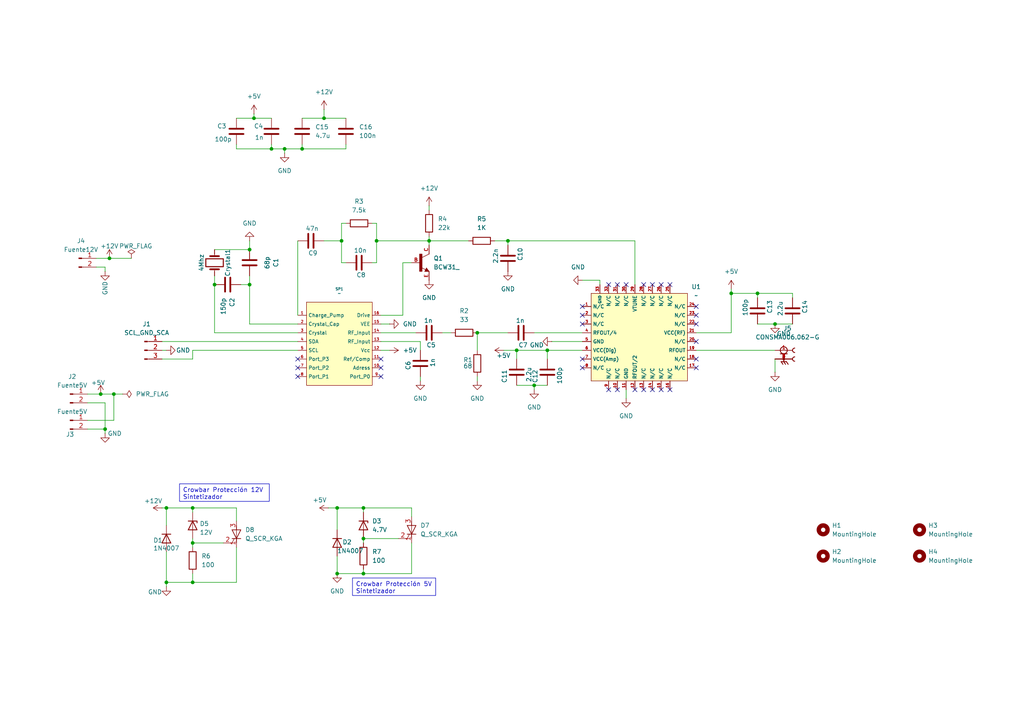
<source format=kicad_sch>
(kicad_sch (version 20250114) (generator "eeschema") (generator_version "9.0")
  (paper "A4")
  (title_block (title "Sintetizador") (date "2025-09-27") (company "Labtel"))
  (lib_symbols
    (symbol "BCW31_:BCW31_" (pin_names (offset 1.016))
      (property "Reference" "Q" (at -10.16 7.62 0))
      (property "Value" "BCW31_" (at -10.16 5.08 0))
      (symbol "BCW31__0_0"
        (rectangle (start -0.254 -2.54) (end 0.508 2.54) (stroke (width 0.1)) (fill (type outline)))
        (polyline (pts (xy 1.27 -2.54) (xy 1.778 -1.524)) (stroke (width 0.1524)))
        (polyline (pts (xy 1.524 -2.286) (xy 1.905 -2.286)) (stroke (width 0.254)))
        (polyline (pts (xy 1.524 -2.413) (xy 2.286 -2.413)) (stroke (width 0.254)))
        (polyline (pts (xy 1.54 -2.04) (xy 0.308 -1.424)) (stroke (width 0.1524)))
        (polyline (pts (xy 1.778 -1.524) (xy 2.54 -2.54)) (stroke (width 0.1524)))
        (polyline (pts (xy 1.778 -1.778) (xy 1.524 -2.286)) (stroke (width 0.254)))
        (polyline (pts (xy 1.905 -2.286) (xy 1.778 -2.032)) (stroke (width 0.254)))
        (polyline (pts (xy 2.286 -2.413) (xy 1.778 -1.778)) (stroke (width 0.254)))
        (polyline (pts (xy 2.54 2.54) (xy 0.508 1.524)) (stroke (width 0.1524)))
        (polyline (pts (xy 2.54 -2.54) (xy 1.27 -2.54)) (stroke (width 0.1524)))
        (pin passive line (at -2.54 0 0) (length 2.54) (name "~") (number "B"))
        (pin passive line (at 2.54 5.08 270) (length 2.54) (name "~") (number "C"))
        (pin passive line (at 2.54 -5.08 90) (length 2.54) (name "~") (number "E"))
      )
    )
    (symbol "CONSMA006.062-G:CONSMA006.062-G" (pin_names (offset 1.016))
      (property "Reference" "J" (at -6.35 1.524 0))
      (property "Value" "CONSMA006.062-G" (at -6.604 -6.858 0))
      (symbol "CONSMA006.062-G_0_0"
        (arc (start -5.715 0.635) (mid -5.0827 0) (end -5.715 -0.635) (stroke (width 0.254)))
        (arc (start -5.715 -1.905) (mid -5.0827 -2.54) (end -5.715 -3.175) (stroke (width 0.254)))
        (polyline (pts (xy -3.556 -1.016) (xy -2.54 -1.016)) (stroke (width 0.254)))
        (polyline (pts (xy -3.302 -3.302) (xy -3.81 -4.064)) (stroke (width 0.254)))
        (circle (center -2.54 0) (radius 1.016) (stroke (width 0.254)))
        (polyline (pts (xy -2.54 -1.016) (xy -2.54 -3.302)) (stroke (width 0.254)))
        (polyline (pts (xy -2.54 -1.016) (xy -1.524 -1.016)) (stroke (width 0.254)))
        (circle (center -2.54 -2.54) (radius 0.254) (stroke (width 0.254)))
        (polyline (pts (xy -2.54 -3.302) (xy -3.302 -3.302)) (stroke (width 0.254)))
        (polyline (pts (xy -2.54 -3.302) (xy -3.048 -4.064)) (stroke (width 0.254)))
        (polyline (pts (xy -2.54 -3.302) (xy -1.778 -3.302)) (stroke (width 0.254)))
        (polyline (pts (xy -1.778 -3.302) (xy -2.286 -4.064)) (stroke (width 0.254)))
        (pin passive line (at 0 0 180) (length 5.08) (name "~") (number "1"))
        (pin power_in line (at 0 -2.54 180) (length 5.08) (name "~") (number "2"))
        (pin power_in line (at 0 -2.54 180) (length 5.08) (name "~") (number "3"))
        (pin power_in line (at 0 -2.54 180) (length 5.08) (name "~") (number "4"))
        (pin power_in line (at 0 -2.54 180) (length 5.08) (name "~") (number "5"))
      )
    )
    (symbol "Connector:Conn_01x02_Pin" (pin_names (offset 1.016) (hide yes))
      (property "Reference" "J" (at 0 2.54 0))
      (property "Value" "Conn_01x02_Pin" (at 0 -5.08 0))
      (symbol "Conn_01x02_Pin_1_1"
        (rectangle (start 0.8636 0.127) (end 0 -0.127) (stroke (width 0.1524)) (fill (type outline)))
        (rectangle (start 0.8636 -2.413) (end 0 -2.667) (stroke (width 0.1524)) (fill (type outline)))
        (polyline (pts (xy 1.27 0) (xy 0.8636 0)) (stroke (width 0.1524)))
        (polyline (pts (xy 1.27 -2.54) (xy 0.8636 -2.54)) (stroke (width 0.1524)))
        (pin passive line (at 5.08 0 180) (length 3.81) (name "Pin_1") (number "1"))
        (pin passive line (at 5.08 -2.54 180) (length 3.81) (name "Pin_2") (number "2"))
      )
    )
    (symbol "Connector:Conn_01x03_Pin" (pin_names (offset 1.016) (hide yes))
      (property "Reference" "J" (at 0 5.08 0))
      (property "Value" "Conn_01x03_Pin" (at 0 -5.08 0))
      (symbol "Conn_01x03_Pin_1_1"
        (rectangle (start 0.8636 2.667) (end 0 2.413) (stroke (width 0.1524)) (fill (type outline)))
        (rectangle (start 0.8636 0.127) (end 0 -0.127) (stroke (width 0.1524)) (fill (type outline)))
        (rectangle (start 0.8636 -2.413) (end 0 -2.667) (stroke (width 0.1524)) (fill (type outline)))
        (polyline (pts (xy 1.27 2.54) (xy 0.8636 2.54)) (stroke (width 0.1524)))
        (polyline (pts (xy 1.27 0) (xy 0.8636 0)) (stroke (width 0.1524)))
        (polyline (pts (xy 1.27 -2.54) (xy 0.8636 -2.54)) (stroke (width 0.1524)))
        (pin passive line (at 5.08 2.54 180) (length 3.81) (name "Pin_1") (number "1"))
        (pin passive line (at 5.08 0 180) (length 3.81) (name "Pin_2") (number "2"))
        (pin passive line (at 5.08 -2.54 180) (length 3.81) (name "Pin_3") (number "3"))
      )
    )
    (symbol "Device:C" (pin_numbers (hide yes)) (pin_names (offset 0.254))
      (property "Reference" "C" (at 0.635 2.54 0))
      (property "Value" "C" (at 0.635 -2.54 0))
      (symbol "C_0_1"
        (polyline (pts (xy -2.032 0.762) (xy 2.032 0.762)) (stroke (width 0.508)))
        (polyline (pts (xy -2.032 -0.762) (xy 2.032 -0.762)) (stroke (width 0.508)))
      )
      (symbol "C_1_1"
        (pin passive line (at 0 3.81 270) (length 2.794) (name "~") (number "1"))
        (pin passive line (at 0 -3.81 90) (length 2.794) (name "~") (number "2"))
      )
    )
    (symbol "Device:Crystal" (pin_numbers (hide yes)) (pin_names (offset 1.016) (hide yes))
      (property "Reference" "Y" (at 0 3.81 0))
      (property "Value" "Crystal" (at 0 -3.81 0))
      (symbol "Crystal_0_1"
        (polyline (pts (xy -2.54 0) (xy -1.905 0)))
        (polyline (pts (xy -1.905 -1.27) (xy -1.905 1.27)) (stroke (width 0.508)))
        (rectangle (start -1.143 2.54) (end 1.143 -2.54) (stroke (width 0.3048)))
        (polyline (pts (xy 1.905 -1.27) (xy 1.905 1.27)) (stroke (width 0.508)))
        (polyline (pts (xy 2.54 0) (xy 1.905 0)))
      )
      (symbol "Crystal_1_1"
        (pin passive line (at -3.81 0 0) (length 1.27) (name "1") (number "1"))
        (pin passive line (at 3.81 0 180) (length 1.27) (name "2") (number "2"))
      )
    )
    (symbol "Device:Q_SCR_KGA" (pin_names (offset 0) (hide yes))
      (property "Reference" "D" (at 1.905 0.635 0))
      (property "Value" "Q_SCR_KGA" (at 1.905 -1.27 0))
      (symbol "Q_SCR_KGA_0_1"
        (polyline (pts (xy -1.27 1.27) (xy 1.27 1.27) (xy 0 -1.27) (xy -1.27 1.27)) (stroke (width 0.2032)))
        (polyline (pts (xy -1.27 -1.27) (xy 1.27 -1.27)) (stroke (width 0.2032)))
        (polyline (pts (xy -1.27 -2.54) (xy -0.635 -1.27)))
        (polyline (pts (xy 0 -2.54) (xy 0 2.54)))
      )
      (symbol "Q_SCR_KGA_1_1"
        (pin input line (at -3.81 -2.54 0) (length 2.54) (name "G") (number "2"))
        (pin passive line (at 0 3.81 270) (length 2.54) (name "A") (number "3"))
        (pin passive line (at 0 -3.81 90) (length 2.54) (name "K") (number "1"))
      )
    )
    (symbol "Device:R" (pin_numbers (hide yes)) (pin_names (offset 0))
      (property "Reference" "R" (at 2.032 0 90))
      (property "Value" "R" (at 0 0 90))
      (symbol "R_0_1"
        (rectangle (start -1.016 -2.54) (end 1.016 2.54) (stroke (width 0.254)))
      )
      (symbol "R_1_1"
        (pin passive line (at 0 3.81 270) (length 1.27) (name "~") (number "1"))
        (pin passive line (at 0 -3.81 90) (length 1.27) (name "~") (number "2"))
      )
    )
    (symbol "Diode:1N4007" (pin_numbers (hide yes)) (pin_names (hide yes))
      (property "Reference" "D" (at 0 2.54 0))
      (property "Value" "1N4007" (at 0 -2.54 0))
      (symbol "1N4007_0_1"
        (polyline (pts (xy -1.27 1.27) (xy -1.27 -1.27)) (stroke (width 0.254)))
        (polyline (pts (xy 1.27 1.27) (xy 1.27 -1.27) (xy -1.27 0) (xy 1.27 1.27)) (stroke (width 0.254)))
        (polyline (pts (xy 1.27 0) (xy -1.27 0)))
      )
      (symbol "1N4007_1_1"
        (pin passive line (at -3.81 0 0) (length 2.54) (name "K") (number "1"))
        (pin passive line (at 3.81 0 180) (length 2.54) (name "A") (number "2"))
      )
    )
    (symbol "Diode:1N47xxA" (pin_numbers (hide yes)) (pin_names (hide yes))
      (property "Reference" "D" (at 0 2.54 0))
      (property "Value" "1N47xxA" (at 0 -2.54 0))
      (symbol "1N47xxA_0_1"
        (polyline (pts (xy -1.27 -1.27) (xy -1.27 1.27) (xy -0.762 1.27)) (stroke (width 0.254)))
        (polyline (pts (xy 1.27 0) (xy -1.27 0)))
        (polyline (pts (xy 1.27 -1.27) (xy 1.27 1.27) (xy -1.27 0) (xy 1.27 -1.27)) (stroke (width 0.254)))
      )
      (symbol "1N47xxA_1_1"
        (pin passive line (at -3.81 0 0) (length 2.54) (name "K") (number "1"))
        (pin passive line (at 3.81 0 180) (length 2.54) (name "A") (number "2"))
      )
    )
    (symbol "Diode:BZV55C12" (pin_numbers (hide yes)) (pin_names (hide yes))
      (property "Reference" "D" (at 0 2.54 0))
      (property "Value" "BZV55C12" (at 0 -2.54 0))
      (symbol "BZV55C12_0_1"
        (polyline (pts (xy -1.27 -1.27) (xy -1.27 1.27) (xy -0.762 1.27)) (stroke (width 0.254)))
        (polyline (pts (xy 1.27 0) (xy -1.27 0)))
        (polyline (pts (xy 1.27 -1.27) (xy 1.27 1.27) (xy -1.27 0) (xy 1.27 -1.27)) (stroke (width 0.254)))
      )
      (symbol "BZV55C12_1_1"
        (pin passive line (at -3.81 0 0) (length 2.54) (name "K") (number "1"))
        (pin passive line (at 3.81 0 180) (length 2.54) (name "A") (number "2"))
      )
    )
    (symbol "Mechanical:MountingHole" (pin_names (offset 1.016)) (in_bom no)
      (property "Reference" "H" (at 0 5.08 0))
      (property "Value" "MountingHole" (at 0 3.175 0))
      (symbol "MountingHole_0_1"
        (circle (center 0 0) (radius 1.27) (stroke (width 1.27)))
      )
    )
    (symbol "SP5769:SP5769"
      (property "Reference" "SP5769" (at 8.636 -1.27 0))
      (symbol "SP5769_1_1"
        (rectangle (start 0 -2.54) (end 19.05 -26.67) (fill (type background)))
        (pin input line (at -2.54 -6.35 0) (length 2.54) (name "Charge_Pump") (number "1"))
        (pin output line (at -2.54 -8.89 0) (length 2.54) (name "Crystal_Cap") (number "2"))
        (pin input line (at -2.54 -11.43 0) (length 2.54) (name "Crystal") (number "3"))
        (pin input line (at -2.54 -13.97 0) (length 2.54) (name "SDA") (number "4"))
        (pin input line (at -2.54 -16.51 0) (length 2.54) (name "SCL") (number "5"))
        (pin input line (at -2.54 -19.05 0) (length 2.54) (name "Port_P3") (number "6"))
        (pin input line (at -2.54 -21.59 0) (length 2.54) (name "Port_P2") (number "7"))
        (pin input line (at -2.54 -24.13 0) (length 2.54) (name "Port_P1") (number "8"))
        (pin input line (at 21.59 -6.35 180) (length 2.54) (name "Drive") (number "16"))
        (pin input line (at 21.59 -8.89 180) (length 2.54) (name "VEE") (number "15"))
        (pin input line (at 21.59 -11.43 180) (length 2.54) (name "RF_Input") (number "14"))
        (pin input line (at 21.59 -13.97 180) (length 2.54) (name "RF_Input") (number "13"))
        (pin input line (at 21.59 -16.51 180) (length 2.54) (name "Vcc") (number "12"))
        (pin input line (at 21.59 -19.05 180) (length 2.54) (name "Ref/Comp") (number "11"))
        (pin input line (at 21.59 -21.59 180) (length 2.54) (name "Adress") (number "10"))
        (pin input line (at 21.59 -24.13 180) (length 2.54) (name "Port_P0") (number "9"))
      )
    )
    (symbol "VCO_HMC534LP5_1"
      (property "Reference" "U" (at 16.764 -12.192 0))
      (symbol "VCO_HMC534LP5_1_1_1"
        (rectangle (start 2.54 0) (end 30.48 -25.4) (fill (type background)))
        (pin input line (at 0 -3.81 0) (length 2.54) (name "N/C") (number "1"))
        (pin input line (at 0 -6.35 0) (length 2.54) (name "N/C") (number "2"))
        (pin input line (at 0 -8.89 0) (length 2.54) (name "N/C") (number "3"))
        (pin output line (at 0 -11.43 0) (length 2.54) (name "RFOUT/4") (number "4"))
        (pin input line (at 0 -13.97 0) (length 2.54) (name "GND") (number "5"))
        (pin input line (at 0 -16.51 0) (length 2.54) (name "VCC(Dig)") (number "6"))
        (pin input line (at 0 -19.05 0) (length 2.54) (name "VCC(Amp)") (number "7"))
        (pin input line (at 0 -21.59 0) (length 2.54) (name "N/C") (number "8"))
        (pin input line (at 5.08 2.54 270) (length 2.54) (name "GND") (number "33"))
        (pin input line (at 7.62 2.54 270) (length 2.54) (name "N/C") (number "32"))
        (pin input line (at 7.62 -27.94 90) (length 2.54) (name "N/C") (number "9"))
        (pin input line (at 10.16 2.54 270) (length 2.54) (name "N/C") (number "31"))
        (pin input line (at 10.16 -27.94 90) (length 2.54) (name "N/C") (number "10"))
        (pin input line (at 12.7 2.54 270) (length 2.54) (name "N/C") (number "30"))
        (pin input line (at 12.7 -27.94 90) (length 2.54) (name "GND") (number "11"))
        (pin input line (at 15.24 2.54 270) (length 2.54) (name "VTUNE") (number "29"))
        (pin output line (at 15.24 -27.94 90) (length 2.54) (name "RFOUT/2") (number "12"))
        (pin input line (at 17.78 2.54 270) (length 2.54) (name "N/C") (number "28"))
        (pin input line (at 17.78 -27.94 90) (length 2.54) (name "N/C") (number "13"))
        (pin input line (at 20.32 2.54 270) (length 2.54) (name "N/C") (number "27"))
        (pin input line (at 20.32 -27.94 90) (length 2.54) (name "N/C") (number "14"))
        (pin input line (at 22.86 2.54 270) (length 2.54) (name "N/C") (number "26"))
        (pin input line (at 22.86 -27.94 90) (length 2.54) (name "N/C") (number "15"))
        (pin input line (at 25.4 2.54 270) (length 2.54) (name "N/C") (number "25"))
        (pin input line (at 25.4 -27.94 90) (length 2.54) (name "N/C") (number "16"))
        (pin input line (at 33.02 -3.81 180) (length 2.54) (name "N/C") (number "24"))
        (pin input line (at 33.02 -6.35 180) (length 2.54) (name "N/C") (number "23"))
        (pin input line (at 33.02 -8.89 180) (length 2.54) (name "N/C") (number "22"))
        (pin input line (at 33.02 -11.43 180) (length 2.54) (name "VCC(RF)") (number "21"))
        (pin input line (at 33.02 -13.97 180) (length 2.54) (name "N/C") (number "20"))
        (pin output line (at 33.02 -16.51 180) (length 2.54) (name "RFOUT") (number "19"))
        (pin input line (at 33.02 -19.05 180) (length 2.54) (name "N/C") (number "18"))
        (pin input line (at 33.02 -21.59 180) (length 2.54) (name "N/C") (number "17"))
      )
    )
    (symbol "power:+12V" (power) (pin_numbers (hide yes)) (pin_names (offset 0) (hide yes))
      (property "Value" "+12V" (at 0 3.556 0))
      (symbol "+12V_0_1"
        (polyline (pts (xy -0.762 1.27) (xy 0 2.54)))
        (polyline (pts (xy 0 2.54) (xy 0.762 1.27)))
        (polyline (pts (xy 0 0) (xy 0 2.54)))
      )
      (symbol "+12V_1_1"
        (pin power_in line (at 0 0 90) (length 0) (name "~") (number "1"))
      )
    )
    (symbol "power:+5V" (power) (pin_numbers (hide yes)) (pin_names (offset 0) (hide yes))
      (property "Value" "+5V" (at 0 3.556 0))
      (symbol "+5V_0_1"
        (polyline (pts (xy -0.762 1.27) (xy 0 2.54)))
        (polyline (pts (xy 0 2.54) (xy 0.762 1.27)))
        (polyline (pts (xy 0 0) (xy 0 2.54)))
      )
      (symbol "+5V_1_1"
        (pin power_in line (at 0 0 90) (length 0) (name "~") (number "1"))
      )
    )
    (symbol "power:GND" (power) (pin_numbers (hide yes)) (pin_names (offset 0) (hide yes))
      (property "Value" "GND" (at 0 -3.81 0))
      (symbol "GND_0_1"
        (polyline (pts (xy 0 0) (xy 0 -1.27) (xy 1.27 -1.27) (xy 0 -2.54) (xy -1.27 -1.27) (xy 0 -1.27)))
      )
      (symbol "GND_1_1"
        (pin power_in line (at 0 0 270) (length 0) (name "~") (number "1"))
      )
    )
    (symbol "power:PWR_FLAG" (power) (pin_numbers (hide yes)) (pin_names (offset 0) (hide yes))
      (property "Value" "PWR_FLAG" (at 0 3.81 0))
      (symbol "PWR_FLAG_0_0"
        (pin power_out line (at 0 0 90) (length 0) (name "~") (number "1"))
      )
      (symbol "PWR_FLAG_0_1"
        (polyline (pts (xy 0 0) (xy 0 1.27) (xy -1.016 1.905) (xy 0 2.54) (xy 1.016 1.905) (xy 0 1.27)))
      )
    )
  )
  (text_box "Crowbar Protección 5V Sintetizador" (at 102.235 167.64 0) (size 24.13 5.08) (margins 0.9525 0.9525 0.9525 0.9525) (effects (font (size 1.27 1.27)) (justify left top)))
  (text_box "Crowbar Protección 12V Sintetizador" (at 52.07 140.335 0) (size 26.035 5.08) (margins 0.9525 0.9525 0.9525 0.9525) (effects (font (size 1.27 1.27)) (justify left top)))
  (junction (at 124.46 69.85))
  (junction (at 147.32 69.85))
  (junction (at 105.41 156.21))
  (junction (at 224.79 93.98))
  (junction (at 97.79 166.37))
  (junction (at 97.79 147.32))
  (junction (at 78.74 43.18))
  (junction (at 55.88 147.32))
  (junction (at 55.88 168.91))
  (junction (at 99.06 69.85))
  (junction (at 29.21 114.3))
  (junction (at 33.02 114.3))
  (junction (at 72.39 82.55))
  (junction (at 219.71 85.09))
  (junction (at 55.88 157.48))
  (junction (at 31.75 74.93))
  (junction (at 72.39 72.39))
  (junction (at 109.22 69.85))
  (junction (at 158.75 101.6))
  (junction (at 105.41 166.37))
  (junction (at 82.55 43.18))
  (junction (at 93.98 34.29))
  (junction (at 154.94 111.76))
  (junction (at 105.41 147.32))
  (junction (at 73.66 34.29))
  (junction (at 48.26 147.32))
  (junction (at 87.63 43.18))
  (junction (at 62.23 82.55))
  (junction (at 48.26 168.91))
  (junction (at 212.09 85.09))
  (junction (at 149.86 101.6))
  (junction (at 138.43 96.52))
  (junction (at 30.48 124.46))
  (no_connect (at 86.36 106.68))
  (no_connect (at 168.91 88.9))
  (no_connect (at 86.36 104.14))
  (no_connect (at 179.07 82.55))
  (no_connect (at 201.93 99.06))
  (no_connect (at 201.93 88.9))
  (no_connect (at 201.93 104.14))
  (no_connect (at 186.69 113.03))
  (no_connect (at 201.93 106.68))
  (no_connect (at 179.07 113.03))
  (no_connect (at 194.31 82.55))
  (no_connect (at 168.91 106.68))
  (no_connect (at 168.91 91.44))
  (no_connect (at 110.49 104.14))
  (no_connect (at 110.49 106.68))
  (no_connect (at 201.93 91.44))
  (no_connect (at 184.15 113.03))
  (no_connect (at 181.61 82.55))
  (no_connect (at 186.69 82.55))
  (no_connect (at 189.23 82.55))
  (no_connect (at 168.91 93.98))
  (no_connect (at 176.53 82.55))
  (no_connect (at 168.91 104.14))
  (no_connect (at 110.49 109.22))
  (no_connect (at 189.23 113.03))
  (no_connect (at 194.31 113.03))
  (no_connect (at 191.77 113.03))
  (no_connect (at 176.53 113.03))
  (no_connect (at 201.93 93.98))
  (no_connect (at 191.77 82.55))
  (no_connect (at 86.36 109.22))
  (wire (pts (xy 62.23 80.01) (xy 62.23 82.55)))
  (wire (pts (xy 154.94 111.76) (xy 154.94 113.03)))
  (wire (pts (xy 82.55 43.18) (xy 87.63 43.18)))
  (wire (pts (xy 105.41 156.21) (xy 105.41 157.48)))
  (wire (pts (xy 158.75 101.6) (xy 158.75 104.14)))
  (wire (pts (xy 116.84 91.44) (xy 116.84 76.2)))
  (wire (pts (xy 110.49 99.06) (xy 121.92 99.06)))
  (wire (pts (xy 105.41 156.21) (xy 115.57 156.21)))
  (wire (pts (xy 149.86 101.6) (xy 158.75 101.6)))
  (wire (pts (xy 78.74 43.18) (xy 82.55 43.18)))
  (wire (pts (xy 110.49 96.52) (xy 120.65 96.52)))
  (wire (pts (xy 25.4 124.46) (xy 30.48 124.46)))
  (wire (pts (xy 73.66 34.29) (xy 78.74 34.29)))
  (wire (pts (xy 78.74 43.18) (xy 68.58 43.18)))
  (wire (pts (xy 87.63 34.29) (xy 93.98 34.29)))
  (wire (pts (xy 30.48 124.46) (xy 30.48 125.73)))
  (wire (pts (xy 93.98 34.29) (xy 100.33 34.29)))
  (wire (pts (xy 154.94 96.52) (xy 168.91 96.52)))
  (wire (pts (xy 55.88 148.59) (xy 55.88 147.32)))
  (wire (pts (xy 158.75 101.6) (xy 168.91 101.6)))
  (wire (pts (xy 72.39 69.85) (xy 72.39 72.39)))
  (wire (pts (xy 99.06 64.77) (xy 100.33 64.77)))
  (wire (pts (xy 62.23 72.39) (xy 72.39 72.39)))
  (wire (pts (xy 31.75 74.93) (xy 38.1 74.93)))
  (wire (pts (xy 201.93 96.52) (xy 212.09 96.52)))
  (wire (pts (xy 46.99 104.14) (xy 55.88 104.14)))
  (wire (pts (xy 119.38 157.48) (xy 119.38 166.37)))
  (wire (pts (xy 72.39 93.98) (xy 86.36 93.98)))
  (wire (pts (xy 97.79 147.32) (xy 97.79 153.67)))
  (wire (pts (xy 99.06 64.77) (xy 99.06 69.85)))
  (wire (pts (xy 25.4 114.3) (xy 29.21 114.3)))
  (wire (pts (xy 121.92 99.06) (xy 121.92 101.6)))
  (wire (pts (xy 30.48 116.84) (xy 30.48 124.46)))
  (wire (pts (xy 168.91 81.28) (xy 173.99 81.28)))
  (wire (pts (xy 107.95 64.77) (xy 109.22 64.77)))
  (wire (pts (xy 55.88 156.21) (xy 55.88 157.48)))
  (wire (pts (xy 147.32 69.85) (xy 147.32 71.12)))
  (wire (pts (xy 105.41 147.32) (xy 119.38 147.32)))
  (wire (pts (xy 224.79 104.14) (xy 224.79 107.95)))
  (wire (pts (xy 107.95 76.2) (xy 109.22 76.2)))
  (wire (pts (xy 97.79 161.29) (xy 97.79 166.37)))
  (wire (pts (xy 138.43 96.52) (xy 147.32 96.52)))
  (wire (pts (xy 82.55 43.18) (xy 82.55 44.45)))
  (wire (pts (xy 25.4 121.92) (xy 33.02 121.92)))
  (wire (pts (xy 124.46 71.12) (xy 124.46 69.85)))
  (wire (pts (xy 154.94 111.76) (xy 158.75 111.76)))
  (wire (pts (xy 78.74 41.91) (xy 78.74 43.18)))
  (wire (pts (xy 147.32 69.85) (xy 184.15 69.85)))
  (wire (pts (xy 99.06 69.85) (xy 99.06 76.2)))
  (wire (pts (xy 87.63 41.91) (xy 87.63 43.18)))
  (wire (pts (xy 173.99 81.28) (xy 173.99 82.55)))
  (wire (pts (xy 55.88 157.48) (xy 64.77 157.48)))
  (wire (pts (xy 55.88 157.48) (xy 55.88 158.75)))
  (wire (pts (xy 124.46 69.85) (xy 109.22 69.85)))
  (wire (pts (xy 146.05 101.6) (xy 149.86 101.6)))
  (wire (pts (xy 27.94 77.47) (xy 30.48 77.47)))
  (wire (pts (xy 212.09 85.09) (xy 219.71 85.09)))
  (wire (pts (xy 224.79 93.98) (xy 229.87 93.98)))
  (wire (pts (xy 48.26 147.32) (xy 55.88 147.32)))
  (wire (pts (xy 55.88 101.6) (xy 86.36 101.6)))
  (wire (pts (xy 105.41 166.37) (xy 97.79 166.37)))
  (wire (pts (xy 99.06 76.2) (xy 100.33 76.2)))
  (wire (pts (xy 212.09 85.09) (xy 212.09 83.82)))
  (wire (pts (xy 93.98 31.75) (xy 93.98 34.29)))
  (wire (pts (xy 138.43 110.49) (xy 138.43 109.22)))
  (wire (pts (xy 46.99 99.06) (xy 86.36 99.06)))
  (wire (pts (xy 25.4 116.84) (xy 30.48 116.84)))
  (wire (pts (xy 110.49 101.6) (xy 113.03 101.6)))
  (wire (pts (xy 124.46 68.58) (xy 124.46 69.85)))
  (wire (pts (xy 105.41 166.37) (xy 119.38 166.37)))
  (wire (pts (xy 46.99 147.32) (xy 48.26 147.32)))
  (wire (pts (xy 138.43 96.52) (xy 138.43 101.6)))
  (wire (pts (xy 62.23 82.55) (xy 62.23 96.52)))
  (wire (pts (xy 109.22 69.85) (xy 109.22 64.77)))
  (wire (pts (xy 73.66 33.02) (xy 73.66 34.29)))
  (wire (pts (xy 55.88 166.37) (xy 55.88 168.91)))
  (wire (pts (xy 30.48 77.47) (xy 30.48 78.74)))
  (wire (pts (xy 149.86 101.6) (xy 149.86 104.14)))
  (wire (pts (xy 72.39 82.55) (xy 69.85 82.55)))
  (wire (pts (xy 128.27 96.52) (xy 130.81 96.52)))
  (wire (pts (xy 119.38 147.32) (xy 119.38 149.86)))
  (wire (pts (xy 46.99 101.6) (xy 48.26 101.6)))
  (wire (pts (xy 149.86 111.76) (xy 154.94 111.76)))
  (wire (pts (xy 68.58 158.75) (xy 68.58 168.91)))
  (wire (pts (xy 109.22 76.2) (xy 109.22 69.85)))
  (wire (pts (xy 86.36 69.85) (xy 86.36 91.44)))
  (wire (pts (xy 201.93 101.6) (xy 224.79 101.6)))
  (wire (pts (xy 48.26 168.91) (xy 48.26 170.18)))
  (wire (pts (xy 27.94 74.93) (xy 31.75 74.93)))
  (wire (pts (xy 160.02 99.06) (xy 168.91 99.06)))
  (wire (pts (xy 110.49 91.44) (xy 116.84 91.44)))
  (wire (pts (xy 62.23 96.52) (xy 86.36 96.52)))
  (wire (pts (xy 100.33 43.18) (xy 100.33 41.91)))
  (wire (pts (xy 97.79 147.32) (xy 105.41 147.32)))
  (wire (pts (xy 105.41 148.59) (xy 105.41 147.32)))
  (wire (pts (xy 124.46 69.85) (xy 135.89 69.85)))
  (wire (pts (xy 121.92 110.49) (xy 121.92 109.22)))
  (wire (pts (xy 33.02 114.3) (xy 35.56 114.3)))
  (wire (pts (xy 72.39 80.01) (xy 72.39 82.55)))
  (wire (pts (xy 143.51 69.85) (xy 147.32 69.85)))
  (wire (pts (xy 48.26 160.02) (xy 48.26 168.91)))
  (wire (pts (xy 55.88 168.91) (xy 68.58 168.91)))
  (wire (pts (xy 55.88 101.6) (xy 55.88 104.14)))
  (wire (pts (xy 219.71 85.09) (xy 219.71 86.36)))
  (wire (pts (xy 33.02 121.92) (xy 33.02 114.3)))
  (wire (pts (xy 184.15 69.85) (xy 184.15 82.55)))
  (wire (pts (xy 229.87 85.09) (xy 229.87 86.36)))
  (wire (pts (xy 68.58 34.29) (xy 73.66 34.29)))
  (wire (pts (xy 72.39 82.55) (xy 72.39 93.98)))
  (wire (pts (xy 124.46 59.69) (xy 124.46 60.96)))
  (wire (pts (xy 55.88 147.32) (xy 68.58 147.32)))
  (wire (pts (xy 219.71 93.98) (xy 224.79 93.98)))
  (wire (pts (xy 219.71 85.09) (xy 229.87 85.09)))
  (wire (pts (xy 68.58 41.91) (xy 68.58 43.18)))
  (wire (pts (xy 48.26 168.91) (xy 55.88 168.91)))
  (wire (pts (xy 87.63 43.18) (xy 100.33 43.18)))
  (wire (pts (xy 212.09 96.52) (xy 212.09 85.09)))
  (wire (pts (xy 68.58 147.32) (xy 68.58 151.13)))
  (wire (pts (xy 110.49 93.98) (xy 113.03 93.98)))
  (wire (pts (xy 48.26 147.32) (xy 48.26 152.4)))
  (wire (pts (xy 105.41 166.37) (xy 105.41 165.1)))
  (wire (pts (xy 29.21 114.3) (xy 33.02 114.3)))
  (wire (pts (xy 95.25 147.32) (xy 97.79 147.32)))
  (wire (pts (xy 93.98 69.85) (xy 99.06 69.85)))
  (wire (pts (xy 116.84 76.2) (xy 119.38 76.2)))
  (wire (pts (xy 181.61 113.03) (xy 181.61 115.57)))
  (symbol (lib_id "power:GND") (at 154.94 113.03 0) (unit 1)
    (property "Reference" "#PWR019" (effects (hide yes)))
    (property "Value" "GND" (at 154.94 118.11 0))
    (property "Description" "Power symbol creates a global label with name \"GND\" , ground" (effects (hide yes)))
  )
  (symbol (lib_id "power:GND") (at 30.48 125.73 0) (unit 1)
    (property "Reference" "#PWR012" (effects (hide yes)))
    (property "Value" "GND" (at 33.274 125.73 0))
    (property "Description" "Power symbol creates a global label with name \"GND\" , ground" (effects (hide yes)))
  )
  (symbol (lib_id "Connector:Conn_01x03_Pin") (at 41.91 101.6 0) (unit 1)
    (property "Reference" "J1" (at 42.545 93.98 0))
    (property "Value" "SCL_GND_SCA" (at 42.545 96.52 0))
    (property "Footprint" "Connector_PinHeader_2.54mm:PinHeader_1x03_P2.54mm_Vertical" (effects (hide yes)))
    (property "Description" "Generic connector, single row, 01x03, script generated" (effects (hide yes)))
  )
  (symbol (lib_id "Device:R") (at 105.41 161.29 0) (unit 1)
    (property "Reference" "R7" (at 107.95 160.0199 0) (effects (justify left)))
    (property "Value" "100" (at 107.95 162.5599 0) (effects (justify left)))
    (property "Footprint" "Resistor_SMD:R_0805_2012Metric_Pad1.20x1.40mm_HandSolder" (effects (hide yes)))
    (property "Description" "Resistor" (effects (hide yes)))
  )
  (symbol (lib_id "power:GND") (at 48.26 170.18 0) (unit 1)
    (property "Reference" "#PWR024" (effects (hide yes)))
    (property "Value" "GND" (at 44.958 171.704 0))
    (property "Description" "Power symbol creates a global label with name \"GND\" , ground" (effects (hide yes)))
  )
  (symbol (lib_id "power:GND") (at 30.48 78.74 0) (unit 1)
    (property "Reference" "#PWR030" (effects (hide yes)))
    (property "Value" "GND" (at 30.48 81.534 90) (effects (justify right)))
    (property "Description" "Power symbol creates a global label with name \"GND\" , ground" (effects (hide yes)))
  )
  (symbol (lib_id "power:+5V") (at 212.09 83.82 0) (unit 1)
    (property "Reference" "#PWR017" (effects (hide yes)))
    (property "Value" "+5V" (at 212.09 78.74 0))
    (property "Description" "Power symbol creates a global label with name \"+5V\"" (effects (hide yes)))
  )
  (symbol (lib_id "Device:C") (at 66.04 82.55 270) (unit 1)
    (property "Reference" "C2" (at 67.3101 86.36 0) (effects (justify left)))
    (property "Value" "150p" (at 64.7701 86.36 0) (effects (justify left)))
    (property "Footprint" "Capacitor_SMD:C_1210_3225Metric_Pad1.33x2.70mm_HandSolder" (effects (hide yes)))
    (property "Description" "Unpolarized capacitor" (effects (hide yes)))
  )
  (symbol (lib_id "Device:R") (at 124.46 64.77 180) (unit 1)
    (property "Reference" "R4" (at 127 63.4999 0) (effects (justify right)))
    (property "Value" "22k" (at 127 66.0399 0) (effects (justify right)))
    (property "Footprint" "Resistor_SMD:R_1210_3225Metric_Pad1.30x2.65mm_HandSolder" (effects (hide yes)))
    (property "Description" "Resistor" (effects (hide yes)))
  )
  (symbol (lib_id "Diode:1N47xxA") (at 105.41 152.4 270) (unit 1)
    (property "Reference" "D3" (at 107.95 151.1299 90) (effects (justify left)))
    (property "Value" "4.7V" (at 107.95 153.6699 90) (effects (justify left)))
    (property "Footprint" "Diode_THT:D_DO-41_SOD81_P10.16mm_Horizontal" (effects (hide yes)))
    (property "Datasheet" "https://www.vishay.com/docs/85816/1n4728a.pdf" (effects (hide yes)))
    (property "Description" "1300mW Silicon planar power Zener diodes, DO-41" (effects (hide yes)))
  )
  (symbol (lib_id "power:GND") (at 82.55 44.45 0) (unit 1)
    (property "Reference" "#PWR026" (effects (hide yes)))
    (property "Value" "GND" (at 82.55 49.53 0))
    (property "Description" "Power symbol creates a global label with name \"GND\" , ground" (effects (hide yes)))
  )
  (symbol (lib_id "power:+5V") (at 95.25 147.32 90) (unit 1)
    (property "Reference" "#PWR023" (effects (hide yes)))
    (property "Value" "+5V" (at 92.71 145.034 90))
    (property "Description" "Power symbol creates a global label with name \"+5V\"" (effects (hide yes)))
  )
  (symbol (lib_id "power:GND") (at 147.32 78.74 0) (unit 1)
    (property "Reference" "#PWR013" (effects (hide yes)))
    (property "Value" "GND" (at 147.32 83.82 0))
    (property "Description" "Power symbol creates a global label with name \"GND\" , ground" (effects (hide yes)))
  )
  (symbol (lib_id "power:GND") (at 113.03 93.98 90) (unit 1)
    (property "Reference" "#PWR09" (effects (hide yes)))
    (property "Value" "GND" (at 116.84 93.9799 90) (effects (justify right)))
    (property "Description" "Power symbol creates a global label with name \"GND\" , ground" (effects (hide yes)))
  )
  (symbol (lib_id "power:+12V") (at 31.75 74.93 0) (unit 1)
    (property "Reference" "#PWR011" (effects (hide yes)))
    (property "Value" "+12V" (at 31.75 71.374 0))
    (property "Description" "Power symbol creates a global label with name \"+12V\"" (effects (hide yes)))
  )
  (symbol (lib_id "Device:R") (at 55.88 162.56 0) (unit 1)
    (property "Reference" "R6" (at 58.42 161.2899 0) (effects (justify left)))
    (property "Value" "100" (at 58.42 163.8299 0) (effects (justify left)))
    (property "Footprint" "Resistor_SMD:R_0805_2012Metric_Pad1.20x1.40mm_HandSolder" (effects (hide yes)))
    (property "Description" "Resistor" (effects (hide yes)))
  )
  (symbol (lib_id "power:GND") (at 168.91 81.28 270) (unit 1)
    (property "Reference" "#PWR015" (effects (hide yes)))
    (property "Value" "GND" (at 167.64 77.47 90))
    (property "Description" "Power symbol creates a global label with name \"GND\" , ground" (effects (hide yes)))
  )
  (symbol (lib_id "power:+12V") (at 124.46 59.69 0) (unit 1)
    (property "Reference" "#PWR01" (effects (hide yes)))
    (property "Value" "+12V" (at 124.46 54.61 0))
    (property "Description" "Power symbol creates a global label with name \"+12V\"" (effects (hide yes)))
  )
  (symbol (lib_id "Device:R") (at 134.62 96.52 90) (unit 1)
    (property "Reference" "R2" (at 134.62 90.17 90))
    (property "Value" "33" (at 134.62 92.71 90))
    (property "Footprint" "Resistor_SMD:R_0805_2012Metric_Pad1.20x1.40mm_HandSolder" (effects (hide yes)))
    (property "Description" "Resistor" (effects (hide yes)))
  )
  (symbol (lib_id "Device:C") (at 72.39 76.2 0) (unit 1)
    (property "Reference" "C1" (at 80.01 76.2 90))
    (property "Value" "68p" (at 77.47 76.2 90))
    (property "Footprint" "Capacitor_SMD:C_1210_3225Metric_Pad1.33x2.70mm_HandSolder" (effects (hide yes)))
    (property "Description" "Unpolarized capacitor" (effects (hide yes)))
  )
  (symbol (lib_id "power:GND") (at 72.39 69.85 180) (unit 1)
    (property "Reference" "#PWR03" (effects (hide yes)))
    (property "Value" "GND" (at 72.39 64.77 0))
    (property "Description" "Power symbol creates a global label with name \"GND\" , ground" (effects (hide yes)))
  )
  (symbol (lib_id "power:+12V") (at 46.99 147.32 90) (unit 1)
    (property "Reference" "#PWR022" (effects (hide yes)))
    (property "Value" "+12V" (at 44.45 145.288 90))
    (property "Description" "Power symbol creates a global label with name \"+12V\"" (effects (hide yes)))
  )
  (symbol (lib_id "Device:C") (at 121.92 105.41 180) (unit 1)
    (property "Reference" "C6" (at 118.364 104.648 90) (effects (justify left)))
    (property "Value" "1n" (at 125.476 103.886 90) (effects (justify left)))
    (property "Footprint" "Capacitor_SMD:C_1206_3216Metric_Pad1.33x1.80mm_HandSolder" (effects (hide yes)))
    (property "Description" "Unpolarized capacitor" (effects (hide yes)))
  )
  (symbol (lib_id "power:GND") (at 224.79 107.95 0) (unit 1)
    (property "Reference" "#PWR016" (effects (hide yes)))
    (property "Value" "GND" (at 224.79 113.03 0))
    (property "Description" "Power symbol creates a global label with name \"GND\" , ground" (effects (hide yes)))
  )
  (symbol (lib_id "Device:C") (at 87.63 38.1 0) (unit 1)
    (property "Reference" "C15" (at 91.44 36.8299 0) (effects (justify left)))
    (property "Value" "4.7u" (at 91.44 39.3699 0) (effects (justify left)))
    (property "Footprint" "Capacitor_THT:CP_Radial_D8.0mm_P3.80mm" (effects (hide yes)))
    (property "Description" "Unpolarized capacitor" (effects (hide yes)))
  )
  (symbol (lib_id "power:GND") (at 124.46 81.28 0) (unit 1)
    (property "Reference" "#PWR08" (effects (hide yes)))
    (property "Value" "GND" (at 124.46 86.36 0))
    (property "Description" "Power symbol creates a global label with name \"GND\" , ground" (effects (hide yes)))
  )
  (symbol (lib_name "VCO_HMC534LP5_1") (lib_id "SP5769:VCO_HMC534LP5") (at 168.91 85.09 0) (unit 1)
    (property "Reference" "U1" (at 201.93 83.1782 0))
    (property "Value" "~" (at 201.93 85.7182 0))
    (property "Footprint" "QFN50P500X500X100-33N:QFN50P500X500X100-33N" (effects (hide yes)))
  )
  (symbol (lib_id "power:+12V") (at 93.98 31.75 0) (unit 1)
    (property "Reference" "#PWR021" (effects (hide yes)))
    (property "Value" "+12V" (at 93.98 26.67 0))
    (property "Description" "Power symbol creates a global label with name \"+12V\"" (effects (hide yes)))
  )
  (symbol (lib_id "Diode:1N4007") (at 97.79 157.48 270) (unit 1)
    (property "Reference" "D2" (at 99.314 157.226 90) (effects (justify left)))
    (property "Value" "1N4007" (at 97.79 159.766 90) (effects (justify left)))
    (property "Footprint" "Diode_THT:D_DO-41_SOD81_P10.16mm_Horizontal" (effects (hide yes)))
    (property "Datasheet" "http://www.vishay.com/docs/88503/1n4001.pdf" (effects (hide yes)))
    (property "Description" "1000V 1A General Purpose Rectifier Diode, DO-41" (effects (hide yes)))
    (property "Sim.Device" "D" (effects (hide yes)))
    (property "Sim.Pins" "1=K 2=A" (effects (hide yes)))
  )
  (symbol (lib_id "Diode:1N4007") (at 48.26 156.21 270) (unit 1)
    (property "Reference" "D1" (at 44.45 156.718 90) (effects (justify left)))
    (property "Value" "1N4007" (at 44.45 159.004 90) (effects (justify left)))
    (property "Footprint" "Diode_THT:D_DO-41_SOD81_P10.16mm_Horizontal" (effects (hide yes)))
    (property "Datasheet" "http://www.vishay.com/docs/88503/1n4001.pdf" (effects (hide yes)))
    (property "Description" "1000V 1A General Purpose Rectifier Diode, DO-41" (effects (hide yes)))
    (property "Sim.Device" "D" (effects (hide yes)))
    (property "Sim.Pins" "1=K 2=A" (effects (hide yes)))
  )
  (symbol (lib_id "Device:C") (at 151.13 96.52 270) (unit 1)
    (property "Reference" "C7" (at 150.368 100.076 90) (effects (justify left)))
    (property "Value" "1n" (at 149.606 92.964 90) (effects (justify left)))
    (property "Footprint" "Capacitor_SMD:C_0805_2012Metric_Pad1.18x1.45mm_HandSolder" (effects (hide yes)))
    (property "Description" "Unpolarized capacitor" (effects (hide yes)))
  )
  (symbol (lib_id "Device:Q_SCR_KGA") (at 119.38 153.67 0) (unit 1)
    (property "Reference" "D7" (at 121.92 152.3999 0) (effects (justify left)))
    (property "Value" "Q_SCR_KGA" (at 121.92 154.9399 0) (effects (justify left)))
    (property "Footprint" "Package_TO_SOT_THT:TO-92_Wide" (effects (hide yes)))
    (property "Description" "Silicon controlled rectifier, cathode/gate/anode" (effects (hide yes)))
  )
  (symbol (lib_id "Device:C") (at 68.58 38.1 0) (unit 1)
    (property "Reference" "C3" (at 62.992 36.576 0) (effects (justify left)))
    (property "Value" "100p" (at 62.23 40.386 0) (effects (justify left)))
    (property "Footprint" "Capacitor_SMD:C_1210_3225Metric_Pad1.33x2.70mm_HandSolder" (effects (hide yes)))
    (property "Description" "Unpolarized capacitor" (effects (hide yes)))
  )
  (symbol (lib_id "Device:R") (at 104.14 64.77 90) (unit 1)
    (property "Reference" "R3" (at 104.14 58.42 90))
    (property "Value" "7.5k" (at 104.14 60.96 90))
    (property "Footprint" "Resistor_SMD:R_1210_3225Metric_Pad1.30x2.65mm_HandSolder" (effects (hide yes)))
    (property "Description" "Resistor" (effects (hide yes)))
  )
  (symbol (lib_id "Device:R") (at 139.7 69.85 270) (unit 1)
    (property "Reference" "R5" (at 139.7 63.5 90))
    (property "Value" "1K" (at 139.7 66.04 90))
    (property "Footprint" "Resistor_SMD:R_1210_3225Metric_Pad1.30x2.65mm_HandSolder" (effects (hide yes)))
    (property "Description" "Resistor" (effects (hide yes)))
  )
  (symbol (lib_id "Device:C") (at 149.86 107.95 180) (unit 1)
    (property "Reference" "C11" (at 146.304 107.188 90) (effects (justify left)))
    (property "Value" "2.2u" (at 153.416 106.426 90) (effects (justify left)))
    (property "Footprint" "Capacitor_SMD:C_1210_3225Metric_Pad1.33x2.70mm_HandSolder" (effects (hide yes)))
    (property "Description" "Unpolarized capacitor" (effects (hide yes)))
  )
  (symbol (lib_id "Diode:BZV55C12") (at 55.88 152.4 270) (unit 1)
    (property "Reference" "D5" (at 57.912 151.892 90) (effects (justify left)))
    (property "Value" "12V" (at 57.912 154.432 90) (effects (justify left)))
    (property "Footprint" "Diode_THT:D_DO-41_SOD81_P10.16mm_Horizontal" (effects (hide yes)))
    (property "Datasheet" "https://assets.nexperia.com/documents/data-sheet/BZV55_SER.pdf" (effects (hide yes)))
    (property "Description" "12V, 500mW, 5%, Zener diode, MiniMELF" (effects (hide yes)))
  )
  (symbol (lib_id "Device:R") (at 138.43 105.41 0) (unit 1)
    (property "Reference" "R1" (at 134.366 104.394 0) (effects (justify left)))
    (property "Value" "68" (at 134.366 106.172 0) (effects (justify left)))
    (property "Footprint" "Resistor_SMD:R_0805_2012Metric_Pad1.20x1.40mm_HandSolder" (effects (hide yes)))
    (property "Description" "Resistor" (effects (hide yes)))
  )
  (symbol (lib_id "Device:C") (at 158.75 107.95 180) (unit 1)
    (property "Reference" "C12" (at 155.194 107.188 90) (effects (justify left)))
    (property "Value" "100p" (at 162.306 106.426 90) (effects (justify left)))
    (property "Footprint" "Capacitor_SMD:C_0805_2012Metric_Pad1.18x1.45mm_HandSolder" (effects (hide yes)))
    (property "Description" "Unpolarized capacitor" (effects (hide yes)))
  )
  (symbol (lib_id "Device:C") (at 219.71 90.17 0) (unit 1)
    (property "Reference" "C13" (at 223.266 90.932 90) (effects (justify left)))
    (property "Value" "100p" (at 216.154 91.694 90) (effects (justify left)))
    (property "Footprint" "Capacitor_SMD:C_0805_2012Metric_Pad1.18x1.45mm_HandSolder" (effects (hide yes)))
    (property "Description" "Unpolarized capacitor" (effects (hide yes)))
  )
  (symbol (lib_id "Device:Q_SCR_KGA") (at 68.58 154.94 0) (unit 1)
    (property "Reference" "D8" (at 71.12 153.6699 0) (effects (justify left)))
    (property "Value" "Q_SCR_KGA" (at 71.12 156.2099 0) (effects (justify left)))
    (property "Footprint" "Package_TO_SOT_THT:TO-92L_Wide" (effects (hide yes)))
    (property "Description" "Silicon controlled rectifier, cathode/gate/anode" (effects (hide yes)))
  )
  (symbol (lib_id "CONSMA006.062-G:CONSMA006.062-G") (at 224.79 101.6 0) (mirror y) (unit 1)
    (property "Reference" "J5" (at 228.4095 95.25 0))
    (property "Value" "CONSMA006.062-G" (at 228.4095 97.79 0))
    (property "Footprint" "CONSMA006.062-G:TE_CONSMA006.062-G" (effects (hide yes)))
    (property "MF" "TE Connectivity" (effects (hide yes)))
    (property "Description_1" "SMA Jack 50 Ohm .062 PCB Edge Mount" (effects (hide yes)))
    (property "CREATOR" "DIZAR" (effects (hide yes)))
    (property "Price" "None" (effects (hide yes)))
    (property "Package" "None" (effects (hide yes)))
    (property "Check_prices" "https://www.snapeda.com/parts/CONSMA006.062-G/TE+Connectivity/view-part/?ref=eda" (effects (hide yes)))
    (property "STANDARD" "Manufacturer Recommendations" (effects (hide yes)))
    (property "PARTREV" "B" (effects (hide yes)))
    (property "SnapEDA_Link" "https://www.snapeda.com/parts/CONSMA006.062-G/TE+Connectivity/view-part/?ref=snap" (effects (hide yes)))
    (property "MP" "CONSMA006.062-G" (effects (hide yes)))
    (property "CAD_BUILD" "TE OEM" (effects (hide yes)))
    (property "Availability" "In Stock" (effects (hide yes)))
    (property "MANUFACTURER" "TE Connectivity" (effects (hide yes)))
  )
  (symbol (lib_id "Device:C") (at 229.87 90.17 0) (unit 1)
    (property "Reference" "C14" (at 233.426 90.932 90) (effects (justify left)))
    (property "Value" "2.2u" (at 226.314 91.694 90) (effects (justify left)))
    (property "Footprint" "Capacitor_SMD:C_1210_3225Metric_Pad1.33x2.70mm_HandSolder" (effects (hide yes)))
    (property "Description" "Unpolarized capacitor" (effects (hide yes)))
  )
  (symbol (lib_id "Mechanical:MountingHole") (at 266.7 161.29 0) (unit 1) (in_bom no)
    (property "Reference" "H4" (at 269.24 160.0199 0) (effects (justify left)))
    (property "Value" "MountingHole" (at 269.24 162.5599 0) (effects (justify left)))
    (property "Footprint" "MountingHole:MountingHole_3.2mm_M3" (effects (hide yes)))
    (property "Description" "Mounting Hole without connection" (effects (hide yes)))
  )
  (symbol (lib_id "power:GND") (at 224.79 93.98 0) (unit 1)
    (property "Reference" "#PWR020" (effects (hide yes)))
    (property "Value" "GND" (at 227.33 96.774 0))
    (property "Description" "Power symbol creates a global label with name \"GND\" , ground" (effects (hide yes)))
  )
  (symbol (lib_id "power:PWR_FLAG") (at 38.1 74.93 0) (unit 1)
    (property "Reference" "#FLG01" (effects (hide yes)))
    (property "Value" "PWR_FLAG" (at 39.37 71.374 0))
    (property "Description" "Special symbol for telling ERC where power comes from" (effects (hide yes)))
  )
  (symbol (lib_id "power:+5V") (at 73.66 33.02 0) (unit 1)
    (property "Reference" "#PWR02" (effects (hide yes)))
    (property "Value" "+5V" (at 73.66 27.94 0))
    (property "Description" "Power symbol creates a global label with name \"+5V\"" (effects (hide yes)))
  )
  (symbol (lib_id "power:PWR_FLAG") (at 35.56 114.3 270) (unit 1)
    (property "Reference" "#FLG02" (effects (hide yes)))
    (property "Value" "PWR_FLAG" (at 39.37 114.2999 90) (effects (justify left)))
    (property "Description" "Special symbol for telling ERC where power comes from" (effects (hide yes)))
  )
  (symbol (lib_id "power:GND") (at 160.02 99.06 270) (unit 1)
    (property "Reference" "#PWR014" (effects (hide yes)))
    (property "Value" "GND" (at 157.734 100.076 90) (effects (justify right)))
    (property "Description" "Power symbol creates a global label with name \"GND\" , ground" (effects (hide yes)))
  )
  (symbol (lib_id "Device:C") (at 78.74 38.1 0) (unit 1)
    (property "Reference" "C4" (at 73.66 36.576 0) (effects (justify left)))
    (property "Value" "1n" (at 73.914 39.878 0) (effects (justify left)))
    (property "Footprint" "Capacitor_SMD:C_1210_3225Metric_Pad1.33x2.70mm_HandSolder" (effects (hide yes)))
    (property "Description" "Unpolarized capacitor" (effects (hide yes)))
  )
  (symbol (lib_id "Mechanical:MountingHole") (at 238.76 153.67 0) (unit 1) (in_bom no)
    (property "Reference" "H1" (at 241.3 152.3999 0) (effects (justify left)))
    (property "Value" "MountingHole" (at 241.3 154.9399 0) (effects (justify left)))
    (property "Footprint" "MountingHole:MountingHole_3.2mm_M3" (effects (hide yes)))
    (property "Description" "Mounting Hole without connection" (effects (hide yes)))
  )
  (symbol (lib_id "Device:C") (at 147.32 74.93 0) (unit 1)
    (property "Reference" "C10" (at 150.876 75.692 90) (effects (justify left)))
    (property "Value" "2.2n" (at 143.764 76.454 90) (effects (justify left)))
    (property "Footprint" "Capacitor_SMD:C_1210_3225Metric_Pad1.33x2.70mm_HandSolder" (effects (hide yes)))
    (property "Description" "Unpolarized capacitor" (effects (hide yes)))
  )
  (symbol (lib_id "Device:C") (at 100.33 38.1 0) (unit 1)
    (property "Reference" "C16" (at 104.14 36.8299 0) (effects (justify left)))
    (property "Value" "100n" (at 104.14 39.3699 0) (effects (justify left)))
    (property "Footprint" "Capacitor_SMD:C_1210_3225Metric_Pad1.33x2.70mm_HandSolder" (effects (hide yes)))
    (property "Description" "Unpolarized capacitor" (effects (hide yes)))
  )
  (symbol (lib_id "Mechanical:MountingHole") (at 266.7 153.67 0) (unit 1) (in_bom no)
    (property "Reference" "H3" (at 269.24 152.3999 0) (effects (justify left)))
    (property "Value" "MountingHole" (at 269.24 154.9399 0) (effects (justify left)))
    (property "Footprint" "MountingHole:MountingHole_3.2mm_M3" (effects (hide yes)))
    (property "Description" "Mounting Hole without connection" (effects (hide yes)))
  )
  (symbol (lib_id "power:+5V") (at 113.03 101.6 270) (unit 1)
    (property "Reference" "#PWR06" (effects (hide yes)))
    (property "Value" "+5V" (at 116.84 101.5999 90) (effects (justify left)))
    (property "Description" "Power symbol creates a global label with name \"+5V\"" (effects (hide yes)))
  )
  (symbol (lib_id "Connector:Conn_01x02_Pin") (at 20.32 121.92 0) (unit 1)
    (property "Reference" "J3" (at 20.32 125.984 0))
    (property "Value" "Fuente5V" (at 20.955 119.38 0))
    (property "Footprint" "Connector_PinHeader_2.54mm:PinHeader_1x02_P2.54mm_Vertical" (effects (hide yes)))
    (property "Description" "Generic connector, single row, 01x02, script generated" (effects (hide yes)))
  )
  (symbol (lib_id "BCW31_:BCW31_") (at 121.92 76.2 0) (unit 1)
    (property "Reference" "Q1" (at 125.73 74.9299 0) (effects (justify left)))
    (property "Value" "BCW31_" (at 125.73 77.4699 0) (effects (justify left)))
    (property "Footprint" "BCW31_:SOT23-BEC" (effects (hide yes)))
    (property "MF" "ON Semiconductor" (effects (hide yes)))
    (property "Description_1" "Bipolar (BJT) Transistor NPN General Purpose Amplifier Surface Mount" (effects (hide yes)))
    (property "Package" "SOT-23 ON Semiconductor" (effects (hide yes)))
    (property "Price" "None" (effects (hide yes)))
    (property "SnapEDA_Link" "https://www.snapeda.com/parts/BCW31/Onsemi/view-part/?ref=snap" (effects (hide yes)))
    (property "MP" "BCW31" (effects (hide yes)))
    (property "Availability" "In Stock" (effects (hide yes)))
    (property "Check_prices" "https://www.snapeda.com/parts/BCW31/Onsemi/view-part/?ref=eda" (effects (hide yes)))
  )
  (symbol (lib_id "Connector:Conn_01x02_Pin") (at 20.32 114.3 0) (unit 1)
    (property "Reference" "J2" (at 20.955 109.22 0))
    (property "Value" "Fuente5V" (at 20.955 111.76 0))
    (property "Footprint" "Connector_PinHeader_2.54mm:PinHeader_1x02_P2.54mm_Vertical" (effects (hide yes)))
    (property "Description" "Generic connector, single row, 01x02, script generated" (effects (hide yes)))
  )
  (symbol (lib_id "Device:C") (at 104.14 76.2 270) (unit 1)
    (property "Reference" "C8" (at 103.378 79.756 90) (effects (justify left)))
    (property "Value" "10n" (at 102.616 72.644 90) (effects (justify left)))
    (property "Footprint" "Capacitor_SMD:C_1210_3225Metric_Pad1.33x2.70mm_HandSolder" (effects (hide yes)))
    (property "Description" "Unpolarized capacitor" (effects (hide yes)))
  )
  (symbol (lib_id "power:GND") (at 181.61 115.57 0) (unit 1)
    (property "Reference" "#PWR028" (effects (hide yes)))
    (property "Value" "GND" (at 181.61 120.65 0))
    (property "Description" "Power symbol creates a global label with name \"GND\" , ground" (effects (hide yes)))
  )
  (symbol (lib_id "SP5769:SP5769") (at 88.9 85.09 0) (unit 1)
    (property "Reference" "SP1" (at 98.425 83.82 0) (effects (font (size 0.762 0.762))))
    (property "Value" "~" (at 98.425 85.09 0))
    (property "Footprint" "Package_SO:SSOP-16_3.9x4.9mm_P0.635mm" (effects (hide yes)))
  )
  (symbol (lib_id "power:GND") (at 121.92 110.49 0) (unit 1)
    (property "Reference" "#PWR07" (effects (hide yes)))
    (property "Value" "GND" (at 121.92 115.57 0))
    (property "Description" "Power symbol creates a global label with name \"GND\" , ground" (effects (hide yes)))
  )
  (symbol (lib_id "Device:Crystal") (at 62.23 76.2 90) (unit 1)
    (property "Reference" "Crystal1" (at 66.04 76.2 0))
    (property "Value" "4Mhz" (at 58.42 76.2 0))
    (property "Footprint" "Crystal:Crystal_HC18-U_Vertical" (effects (hide yes)))
    (property "Description" "Two pin crystal" (effects (hide yes)))
  )
  (symbol (lib_id "Device:C") (at 90.17 69.85 270) (unit 1)
    (property "Reference" "C9" (at 89.408 73.406 90) (effects (justify left)))
    (property "Value" "47n" (at 88.646 66.294 90) (effects (justify left)))
    (property "Footprint" "Capacitor_SMD:C_1210_3225Metric_Pad1.33x2.70mm_HandSolder" (effects (hide yes)))
    (property "Description" "Unpolarized capacitor" (effects (hide yes)))
  )
  (symbol (lib_id "Mechanical:MountingHole") (at 238.76 161.29 0) (unit 1) (in_bom no)
    (property "Reference" "H2" (at 241.3 160.0199 0) (effects (justify left)))
    (property "Value" "MountingHole" (at 241.3 162.5599 0) (effects (justify left)))
    (property "Footprint" "MountingHole:MountingHole_3.2mm_M3" (effects (hide yes)))
    (property "Description" "Mounting Hole without connection" (effects (hide yes)))
  )
  (symbol (lib_id "Device:C") (at 124.46 96.52 270) (unit 1)
    (property "Reference" "C5" (at 123.698 100.076 90) (effects (justify left)))
    (property "Value" "1n" (at 122.936 92.964 90) (effects (justify left)))
    (property "Footprint" "Capacitor_SMD:C_0805_2012Metric_Pad1.18x1.45mm_HandSolder" (effects (hide yes)))
    (property "Description" "Unpolarized capacitor" (effects (hide yes)))
  )
  (symbol (lib_id "power:GND") (at 97.79 166.37 0) (unit 1)
    (property "Reference" "#PWR025" (effects (hide yes)))
    (property "Value" "GND" (at 97.79 171.45 0))
    (property "Description" "Power symbol creates a global label with name \"GND\" , ground" (effects (hide yes)))
  )
  (symbol (lib_id "power:+5V") (at 146.05 101.6 90) (mirror x) (unit 1)
    (property "Reference" "#PWR018" (effects (hide yes)))
    (property "Value" "+5V" (at 146.05 103.124 90))
    (property "Description" "Power symbol creates a global label with name \"+5V\"" (effects (hide yes)))
  )
  (symbol (lib_id "power:+5V") (at 29.21 114.3 0) (unit 1)
    (property "Reference" "#PWR010" (effects (hide yes)))
    (property "Value" "+5V" (at 28.448 110.998 0))
    (property "Description" "Power symbol creates a global label with name \"+5V\"" (effects (hide yes)))
  )
  (symbol (lib_id "power:GND") (at 138.43 110.49 0) (unit 1)
    (property "Reference" "#PWR05" (effects (hide yes)))
    (property "Value" "GND" (at 138.43 115.57 0))
    (property "Description" "Power symbol creates a global label with name \"GND\" , ground" (effects (hide yes)))
  )
  (symbol (lib_id "Connector:Conn_01x02_Pin") (at 22.86 74.93 0) (unit 1)
    (property "Reference" "J4" (at 23.495 69.85 0))
    (property "Value" "Fuente12V" (at 23.495 72.39 0))
    (property "Footprint" "Connector_PinHeader_2.54mm:PinHeader_1x02_P2.54mm_Vertical" (effects (hide yes)))
    (property "Description" "Generic connector, single row, 01x02, script generated" (effects (hide yes)))
  )
  (symbol (lib_id "power:GND") (at 48.26 101.6 90) (unit 1)
    (property "Reference" "#PWR027" (effects (hide yes)))
    (property "Value" "GND" (at 51.054 101.6 90) (effects (justify right)))
    (property "Description" "Power symbol creates a global label with name \"GND\" , ground" (effects (hide yes)))
  )
)
</source>
